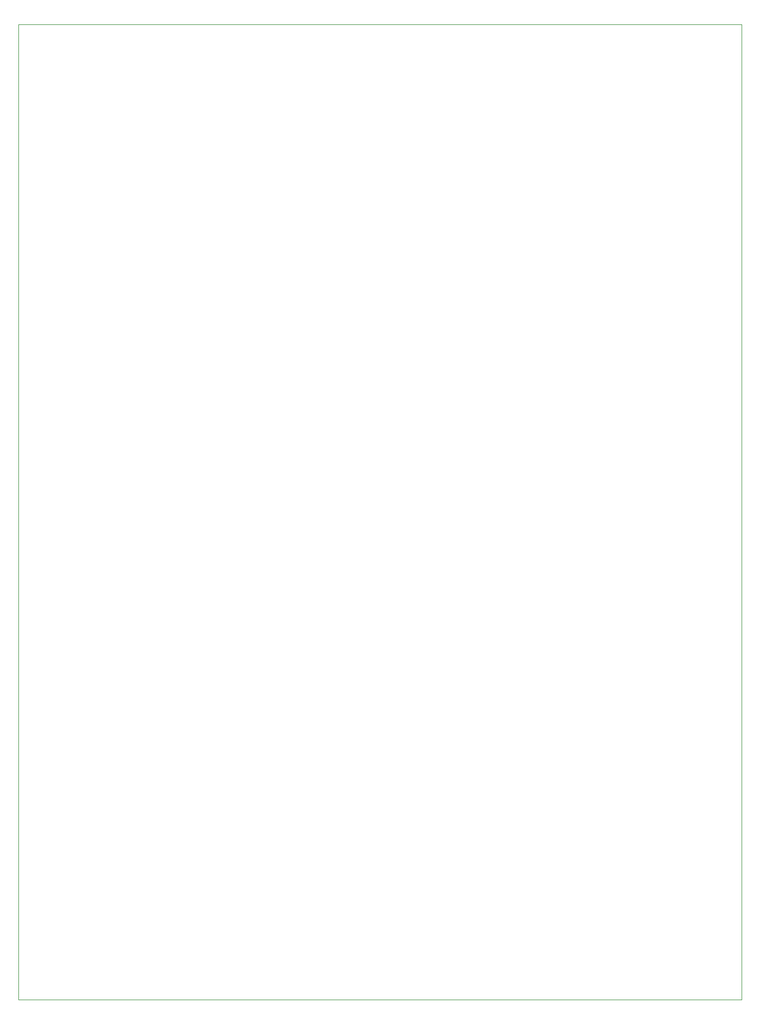
<source format=gbr>
%TF.GenerationSoftware,KiCad,Pcbnew,9.0.1*%
%TF.CreationDate,2025-06-02T14:00:06-06:00*%
%TF.ProjectId,PABA-DP,50414241-2d44-4502-9e6b-696361645f70,rev?*%
%TF.SameCoordinates,Original*%
%TF.FileFunction,Profile,NP*%
%FSLAX46Y46*%
G04 Gerber Fmt 4.6, Leading zero omitted, Abs format (unit mm)*
G04 Created by KiCad (PCBNEW 9.0.1) date 2025-06-02 14:00:06*
%MOMM*%
%LPD*%
G01*
G04 APERTURE LIST*
%TA.AperFunction,Profile*%
%ADD10C,0.050000*%
%TD*%
G04 APERTURE END LIST*
D10*
X50470557Y-19812919D02*
X163525957Y-19812919D01*
X163525957Y-172201489D01*
X50470557Y-172201489D01*
X50470557Y-19812919D01*
M02*

</source>
